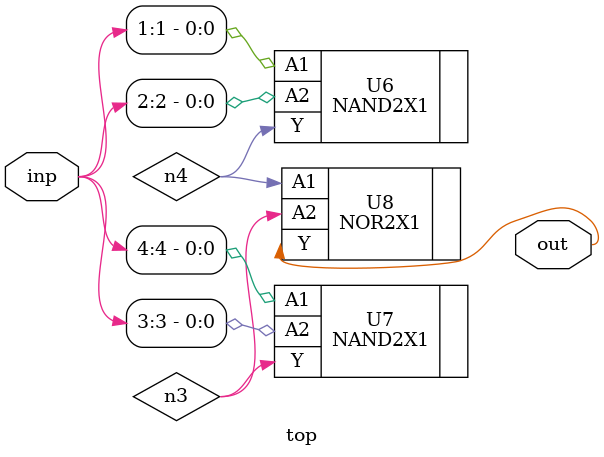
<source format=sv>


module top ( inp, out );
  input [4:0] inp;
  output out;
  wire   n3, n4;

  NAND2X1 U6 ( .A1(inp[1]), .A2(inp[2]), .Y(n4) );
  NAND2X1 U7 ( .A1(inp[4]), .A2(inp[3]), .Y(n3) );
  NOR2X1 U8 ( .A1(n4), .A2(n3), .Y(out) );
endmodule


</source>
